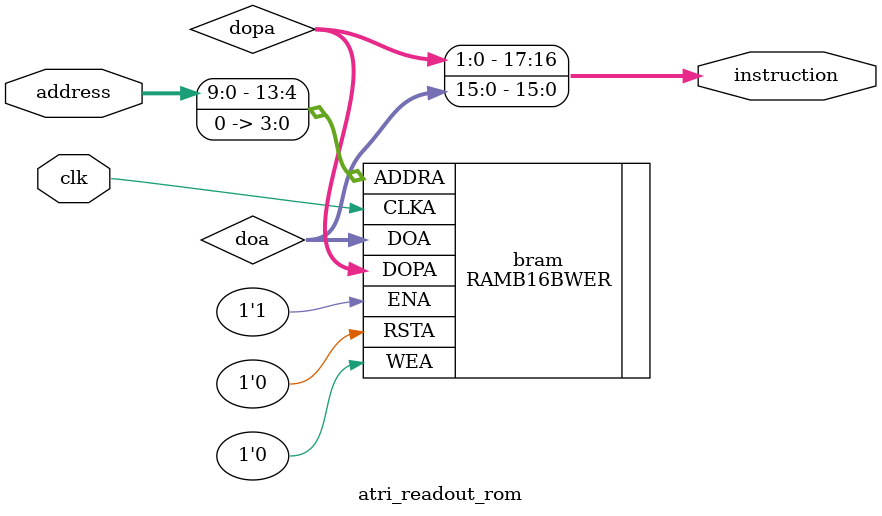
<source format=v>

`timescale 1ns / 1ps
module atri_readout_rom(
		input clk,
		output [17:0] instruction,
		input [9:0] address
    );

	wire [31:0] doa;
	wire [3:0] dopa;

	RAMB16BWER #( .DATA_WIDTH_A(18),.DATA_WIDTH_B(0),
	`include "atrireadout_rom.vh"
		)
	bram (.CLKA(clk),.WEA(1'b0),.ENA(1'b1),.ADDRA({address,4'b0}),.DOA(doa),.DOPA(dopa),.RSTA(1'b0));
	assign instruction[15:0] = doa[15:0];
	assign instruction[17:16] = dopa[1:0];
endmodule

</source>
